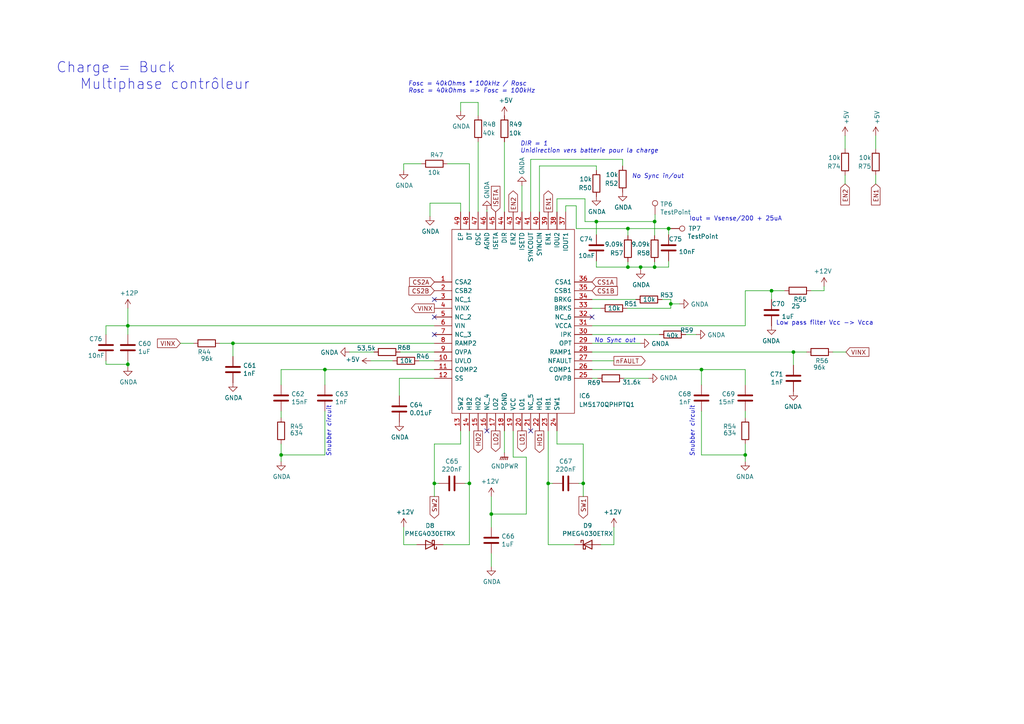
<source format=kicad_sch>
(kicad_sch (version 20231120) (generator "eeschema") (generator_version "8.0")
  (paper "A4")
  (lib_symbols
    (symbol "Connector:TestPoint" (pin_numbers hide) (pin_names (offset 0.762) hide)
      (property "Reference" "TP" (at 0 6.858 0))
      (property "Value" "TestPoint" (at 0 5.08 0))
      (symbol "TestPoint_0_1"
        (circle (center 0 3.302) (radius 0.762))
      )
      (symbol "TestPoint_1_1"
        (pin passive line (at 0 0 90) (length 2.54) (name "1") (number "1"))
      )
    )
    (symbol "Device:C" (pin_numbers hide) (pin_names (offset 0.254))
      (property "Reference" "C" (at 0.635 2.54 0))
      (property "Value" "C" (at 0.635 -2.54 0))
      (symbol "C_0_1"
        (polyline (pts (xy -2.032 -0.762) (xy 2.032 -0.762)) (stroke (width 0.508)))
        (polyline (pts (xy -2.032 0.762) (xy 2.032 0.762)) (stroke (width 0.508)))
      )
      (symbol "C_1_1"
        (pin passive line (at 0 3.81 270) (length 2.794) (name "~") (number "1"))
        (pin passive line (at 0 -3.81 90) (length 2.794) (name "~") (number "2"))
      )
    )
    (symbol "Device:D_Schottky" (pin_numbers hide) (pin_names (offset 1.016) hide)
      (property "Reference" "D" (at 0 2.54 0))
      (property "Value" "D_Schottky" (at 0 -2.54 0))
      (symbol "D_Schottky_0_1"
        (polyline (pts (xy 1.27 0) (xy -1.27 0)))
        (polyline (pts (xy 1.27 1.27) (xy 1.27 -1.27) (xy -1.27 0) (xy 1.27 1.27)) (stroke (width 0.254)))
        (polyline (pts (xy -1.905 0.635) (xy -1.905 1.27) (xy -1.27 1.27) (xy -1.27 -1.27) (xy -0.635 -1.27) (xy -0.635 -0.635)) (stroke (width 0.254)))
      )
      (symbol "D_Schottky_1_1"
        (pin passive line (at -3.81 0 0) (length 2.54) (name "K") (number "1"))
        (pin passive line (at 3.81 0 180) (length 2.54) (name "A") (number "2"))
      )
    )
    (symbol "Device:R" (pin_numbers hide) (pin_names (offset 0))
      (property "Reference" "R" (at 2.032 0 90))
      (property "Value" "R" (at 0 0 90))
      (symbol "R_0_1"
        (rectangle (start -1.016 -2.54) (end 1.016 2.54) (stroke (width 0.254)))
      )
      (symbol "R_1_1"
        (pin passive line (at 0 3.81 270) (length 1.27) (name "~") (number "1"))
        (pin passive line (at 0 -3.81 90) (length 1.27) (name "~") (number "2"))
      )
    )
    (symbol "open-lion:LM5170QPHPTQ1" (pin_names (offset 0.762))
      (property "Reference" "IC" (at 41.91 20.32 0))
      (property "Value" "LM5170QPHPTQ1" (at 41.91 17.78 0))
      (symbol "LM5170QPHPTQ1_0_0"
        (pin passive line (at 0 0 0) (length 5.08) (name "CSA2") (number "1"))
        (pin passive line (at 0 -22.86 0) (length 5.08) (name "UVLO") (number "10"))
        (pin passive line (at 0 -25.4 0) (length 5.08) (name "COMP2") (number "11"))
        (pin passive line (at 0 -27.94 0) (length 5.08) (name "SS") (number "12"))
        (pin passive line (at 7.62 -43.18 90) (length 5.08) (name "SW2") (number "13"))
        (pin passive line (at 10.16 -43.18 90) (length 5.08) (name "HB2") (number "14"))
        (pin passive line (at 12.7 -43.18 90) (length 5.08) (name "HO2") (number "15"))
        (pin passive line (at 15.24 -43.18 90) (length 5.08) (name "NC_4") (number "16"))
        (pin passive line (at 17.78 -43.18 90) (length 5.08) (name "LO2") (number "17"))
        (pin passive line (at 20.32 -43.18 90) (length 5.08) (name "PGND") (number "18"))
        (pin passive line (at 22.86 -43.18 90) (length 5.08) (name "VCC") (number "19"))
        (pin passive line (at 0 -2.54 0) (length 5.08) (name "CSB2") (number "2"))
        (pin passive line (at 25.4 -43.18 90) (length 5.08) (name "LO1") (number "20"))
        (pin passive line (at 27.94 -43.18 90) (length 5.08) (name "NC_5") (number "21"))
        (pin passive line (at 30.48 -43.18 90) (length 5.08) (name "HO1") (number "22"))
        (pin passive line (at 33.02 -43.18 90) (length 5.08) (name "HB1") (number "23"))
        (pin passive line (at 35.56 -43.18 90) (length 5.08) (name "SW1") (number "24"))
        (pin passive line (at 45.72 -27.94 180) (length 5.08) (name "OVPB") (number "25"))
        (pin passive line (at 45.72 -25.4 180) (length 5.08) (name "COMP1") (number "26"))
        (pin passive line (at 45.72 -22.86 180) (length 5.08) (name "NFAULT") (number "27"))
        (pin passive line (at 45.72 -20.32 180) (length 5.08) (name "RAMP1") (number "28"))
        (pin passive line (at 45.72 -17.78 180) (length 5.08) (name "OPT") (number "29"))
        (pin passive line (at 0 -5.08 0) (length 5.08) (name "NC_1") (number "3"))
        (pin passive line (at 45.72 -15.24 180) (length 5.08) (name "IPK") (number "30"))
        (pin passive line (at 45.72 -12.7 180) (length 5.08) (name "VCCA") (number "31"))
        (pin passive line (at 45.72 -10.16 180) (length 5.08) (name "NC_6") (number "32"))
        (pin passive line (at 45.72 -7.62 180) (length 5.08) (name "BRKS") (number "33"))
        (pin passive line (at 45.72 -5.08 180) (length 5.08) (name "BRKG") (number "34"))
        (pin passive line (at 45.72 -2.54 180) (length 5.08) (name "CSB1") (number "35"))
        (pin passive line (at 45.72 0 180) (length 5.08) (name "CSA1") (number "36"))
        (pin passive line (at 38.1 20.32 270) (length 5.08) (name "IOUT1") (number "37"))
        (pin passive line (at 35.56 20.32 270) (length 5.08) (name "IOU2") (number "38"))
        (pin passive line (at 33.02 20.32 270) (length 5.08) (name "EN1") (number "39"))
        (pin passive line (at 0 -7.62 0) (length 5.08) (name "VINX") (number "4"))
        (pin passive line (at 30.48 20.32 270) (length 5.08) (name "SYNCIN") (number "40"))
        (pin passive line (at 27.94 20.32 270) (length 5.08) (name "SYNCOUT") (number "41"))
        (pin passive line (at 25.4 20.32 270) (length 5.08) (name "ISETD") (number "42"))
        (pin passive line (at 22.86 20.32 270) (length 5.08) (name "EN2") (number "43"))
        (pin passive line (at 20.32 20.32 270) (length 5.08) (name "DIR") (number "44"))
        (pin passive line (at 17.78 20.32 270) (length 5.08) (name "ISETA") (number "45"))
        (pin passive line (at 15.24 20.32 270) (length 5.08) (name "AGND") (number "46"))
        (pin passive line (at 12.7 20.32 270) (length 5.08) (name "OSC") (number "47"))
        (pin passive line (at 10.16 20.32 270) (length 5.08) (name "DT") (number "48"))
        (pin passive line (at 7.62 20.32 270) (length 5.08) (name "EP") (number "49"))
        (pin passive line (at 0 -10.16 0) (length 5.08) (name "NC_2") (number "5"))
        (pin passive line (at 0 -12.7 0) (length 5.08) (name "VIN") (number "6"))
        (pin passive line (at 0 -15.24 0) (length 5.08) (name "NC_3") (number "7"))
        (pin passive line (at 0 -17.78 0) (length 5.08) (name "RAMP2") (number "8"))
        (pin passive line (at 0 -20.32 0) (length 5.08) (name "OVPA") (number "9"))
      )
      (symbol "LM5170QPHPTQ1_0_1"
        (polyline (pts (xy 5.08 15.24) (xy 40.64 15.24) (xy 40.64 -38.1) (xy 5.08 -38.1) (xy 5.08 15.24)) (stroke (width 0.1524)))
      )
    )
    (symbol "power:+12P" (power) (pin_names (offset 0))
      (property "Value" "+12P" (at 0 3.556 0))
      (symbol "+12P_0_1"
        (polyline (pts (xy -0.762 1.27) (xy 0 2.54)))
        (polyline (pts (xy 0 0) (xy 0 2.54)))
        (polyline (pts (xy 0 2.54) (xy 0.762 1.27)))
      )
      (symbol "+12P_1_1"
        (pin power_in line (at 0 0 90) (length 0) hide (name "+12P") (number "1"))
      )
    )
    (symbol "power:+12V" (power) (pin_names (offset 0))
      (property "Value" "+12V" (at 0 3.556 0))
      (symbol "+12V_0_1"
        (polyline (pts (xy -0.762 1.27) (xy 0 2.54)))
        (polyline (pts (xy 0 0) (xy 0 2.54)))
        (polyline (pts (xy 0 2.54) (xy 0.762 1.27)))
      )
      (symbol "+12V_1_1"
        (pin power_in line (at 0 0 90) (length 0) hide (name "+12V") (number "1"))
      )
    )
    (symbol "power:+5V" (power) (pin_names (offset 0))
      (property "Value" "+5V" (at 0 3.556 0))
      (symbol "+5V_0_1"
        (polyline (pts (xy -0.762 1.27) (xy 0 2.54)))
        (polyline (pts (xy 0 0) (xy 0 2.54)))
        (polyline (pts (xy 0 2.54) (xy 0.762 1.27)))
      )
      (symbol "+5V_1_1"
        (pin power_in line (at 0 0 90) (length 0) hide (name "+5V") (number "1"))
      )
    )
    (symbol "power:GNDA" (power) (pin_names (offset 0))
      (property "Value" "GNDA" (at 0 -3.81 0))
      (symbol "GNDA_0_1"
        (polyline (pts (xy 0 0) (xy 0 -1.27) (xy 1.27 -1.27) (xy 0 -2.54) (xy -1.27 -1.27) (xy 0 -1.27)))
      )
      (symbol "GNDA_1_1"
        (pin power_in line (at 0 0 270) (length 0) hide (name "GNDA") (number "1"))
      )
    )
    (symbol "power:GNDPWR" (power) (pin_names (offset 0))
      (property "Value" "GNDPWR" (at 0 -3.302 0))
      (symbol "GNDPWR_0_1"
        (polyline (pts (xy 0 -1.27) (xy 0 0)))
        (polyline (pts (xy -1.016 -1.27) (xy -1.27 -2.032) (xy -1.27 -2.032)) (stroke (width 0.2032)))
        (polyline (pts (xy -0.508 -1.27) (xy -0.762 -2.032) (xy -0.762 -2.032)) (stroke (width 0.2032)))
        (polyline (pts (xy 0 -1.27) (xy -0.254 -2.032) (xy -0.254 -2.032)) (stroke (width 0.2032)))
        (polyline (pts (xy 0.508 -1.27) (xy 0.254 -2.032) (xy 0.254 -2.032)) (stroke (width 0.2032)))
        (polyline (pts (xy 1.016 -1.27) (xy -1.016 -1.27) (xy -1.016 -1.27)) (stroke (width 0.2032)))
        (polyline (pts (xy 1.016 -1.27) (xy 0.762 -2.032) (xy 0.762 -2.032) (xy 0.762 -2.032)) (stroke (width 0.2032)))
      )
      (symbol "GNDPWR_1_1"
        (pin power_in line (at 0 0 270) (length 0) hide (name "GNDPWR") (number "1"))
      )
    )
  )
  (junction (at 172.974 64.262))
  (junction (at 182.118 66.294))
  (junction (at 223.774 84.328))
  (junction (at 185.801 77.47))
  (junction (at 182.118 77.47))
  (junction (at 203.454 107.188))
  (junction (at 189.865 64.262))
  (junction (at 94.234 107.188))
  (junction (at 193.929 66.294))
  (junction (at 142.494 149.098))
  (junction (at 81.534 131.953))
  (junction (at 125.984 140.208))
  (junction (at 37.084 105.664))
  (junction (at 67.564 99.568))
  (junction (at 37.084 94.488))
  (junction (at 230.124 102.108))
  (junction (at 189.865 77.47))
  (junction (at 159.004 140.208))
  (junction (at 136.144 140.208))
  (junction (at 169.164 140.208))
  (junction (at 216.154 131.953))
  (junction (at 194.564 88.138))
  (no_connect (at 171.704 91.948))
  (no_connect (at 153.924 124.968))
  (no_connect (at 125.984 91.948))
  (no_connect (at 141.224 124.968))
  (no_connect (at 125.984 97.028))
  (no_connect (at 125.984 86.868))
  (wire (pts (xy 125.984 102.108) (xy 116.078 102.108)))
  (wire (pts (xy 223.774 86.868) (xy 223.774 84.328)))
  (wire (pts (xy 172.974 68.072) (xy 172.974 64.262)))
  (wire (pts (xy 171.704 107.188) (xy 203.454 107.188)))
  (wire (pts (xy 125.984 128.778) (xy 125.984 140.208)))
  (wire (pts (xy 216.154 121.158) (xy 216.154 119.253)))
  (wire (pts (xy 164.084 61.468) (xy 164.084 59.69)))
  (wire (pts (xy 241.554 102.108) (xy 245.364 102.108)))
  (wire (pts (xy 184.404 86.868) (xy 171.704 86.868)))
  (wire (pts (xy 121.539 104.648) (xy 125.984 104.648)))
  (wire (pts (xy 125.984 128.778) (xy 133.604 128.778)))
  (wire (pts (xy 197.104 88.138) (xy 194.564 88.138)))
  (wire (pts (xy 185.801 78.232) (xy 185.801 77.47)))
  (wire (pts (xy 167.894 140.208) (xy 169.164 140.208)))
  (wire (pts (xy 171.704 104.648) (xy 178.054 104.648)))
  (wire (pts (xy 189.865 77.47) (xy 193.929 77.47)))
  (wire (pts (xy 124.714 58.928) (xy 133.604 58.928)))
  (wire (pts (xy 230.124 105.918) (xy 230.124 102.108)))
  (wire (pts (xy 239.014 84.328) (xy 235.204 84.328)))
  (wire (pts (xy 189.865 68.326) (xy 189.865 64.262)))
  (wire (pts (xy 117.094 49.403) (xy 117.094 47.498)))
  (wire (pts (xy 164.084 59.69) (xy 167.132 59.69)))
  (wire (pts (xy 133.604 29.718) (xy 138.684 29.718)))
  (wire (pts (xy 160.274 140.208) (xy 159.004 140.208)))
  (wire (pts (xy 151.384 53.848) (xy 151.384 61.468)))
  (wire (pts (xy 108.458 102.108) (xy 101.346 102.108)))
  (wire (pts (xy 37.084 105.664) (xy 30.734 105.664)))
  (wire (pts (xy 37.084 94.488) (xy 125.984 94.488)))
  (wire (pts (xy 233.934 102.108) (xy 230.124 102.108)))
  (wire (pts (xy 142.494 149.098) (xy 142.494 144.018)))
  (wire (pts (xy 245.11 39.37) (xy 245.11 43.18)))
  (wire (pts (xy 172.974 75.692) (xy 172.974 77.47)))
  (wire (pts (xy 81.534 121.158) (xy 81.534 119.253)))
  (wire (pts (xy 161.544 57.658) (xy 169.672 57.658)))
  (wire (pts (xy 172.974 48.133) (xy 172.974 49.403)))
  (wire (pts (xy 156.464 48.133) (xy 172.974 48.133)))
  (wire (pts (xy 194.564 88.138) (xy 194.564 86.868)))
  (wire (pts (xy 138.684 29.718) (xy 138.684 33.528)))
  (wire (pts (xy 94.234 131.953) (xy 81.534 131.953)))
  (wire (pts (xy 142.494 160.528) (xy 142.494 164.338)))
  (wire (pts (xy 189.992 64.262) (xy 189.992 62.23)))
  (wire (pts (xy 167.132 66.294) (xy 182.118 66.294)))
  (wire (pts (xy 171.704 89.408) (xy 174.244 89.408)))
  (wire (pts (xy 136.144 47.498) (xy 129.794 47.498)))
  (wire (pts (xy 203.454 111.633) (xy 203.454 107.188)))
  (wire (pts (xy 189.865 64.262) (xy 189.992 64.262)))
  (wire (pts (xy 254 50.8) (xy 254 53.34)))
  (wire (pts (xy 136.144 61.468) (xy 136.144 47.498)))
  (wire (pts (xy 37.084 94.488) (xy 37.084 89.408)))
  (wire (pts (xy 37.084 94.488) (xy 30.734 94.488)))
  (wire (pts (xy 239.014 83.058) (xy 239.014 84.328)))
  (wire (pts (xy 156.464 61.468) (xy 156.464 48.133)))
  (wire (pts (xy 138.684 61.468) (xy 138.684 41.148)))
  (wire (pts (xy 194.564 89.408) (xy 194.564 88.138)))
  (wire (pts (xy 201.93 97.028) (xy 198.882 97.028)))
  (wire (pts (xy 169.164 128.778) (xy 161.544 128.778)))
  (wire (pts (xy 124.714 62.738) (xy 124.714 58.928)))
  (wire (pts (xy 161.544 124.968) (xy 161.544 128.778)))
  (wire (pts (xy 81.534 131.953) (xy 81.534 128.778)))
  (wire (pts (xy 117.094 47.498) (xy 122.174 47.498)))
  (wire (pts (xy 223.774 84.328) (xy 227.584 84.328)))
  (wire (pts (xy 56.134 99.568) (xy 52.324 99.568)))
  (wire (pts (xy 169.164 128.778) (xy 169.164 140.208)))
  (wire (pts (xy 203.454 119.253) (xy 203.454 131.953)))
  (wire (pts (xy 169.672 57.658) (xy 169.672 64.262)))
  (wire (pts (xy 193.929 68.072) (xy 193.929 66.294)))
  (wire (pts (xy 94.234 119.253) (xy 94.234 131.953)))
  (wire (pts (xy 171.704 102.108) (xy 230.124 102.108)))
  (wire (pts (xy 113.919 104.648) (xy 107.569 104.648)))
  (wire (pts (xy 216.154 84.328) (xy 223.774 84.328)))
  (wire (pts (xy 153.924 61.468) (xy 153.924 46.228)))
  (wire (pts (xy 161.544 61.468) (xy 161.544 57.658)))
  (wire (pts (xy 171.704 97.028) (xy 191.262 97.028)))
  (wire (pts (xy 185.801 77.47) (xy 189.865 77.47)))
  (wire (pts (xy 193.929 77.47) (xy 193.929 75.692)))
  (wire (pts (xy 81.534 107.188) (xy 81.534 111.633)))
  (wire (pts (xy 37.084 97.028) (xy 37.084 94.488)))
  (wire (pts (xy 136.144 140.208) (xy 136.144 124.968)))
  (wire (pts (xy 115.824 109.728) (xy 115.824 114.808)))
  (wire (pts (xy 146.304 61.468) (xy 146.304 41.148)))
  (wire (pts (xy 136.144 140.208) (xy 136.144 157.988)))
  (wire (pts (xy 178.054 157.988) (xy 174.244 157.988)))
  (wire (pts (xy 141.224 61.468) (xy 141.224 60.833)))
  (wire (pts (xy 94.234 107.188) (xy 81.534 107.188)))
  (wire (pts (xy 37.084 106.426) (xy 37.084 105.664)))
  (wire (pts (xy 245.11 50.8) (xy 245.11 53.34)))
  (wire (pts (xy 216.154 131.953) (xy 216.154 128.778)))
  (wire (pts (xy 134.874 140.208) (xy 136.144 140.208)))
  (wire (pts (xy 159.004 140.208) (xy 159.004 157.988)))
  (wire (pts (xy 148.844 132.588) (xy 152.654 132.588)))
  (wire (pts (xy 159.004 140.208) (xy 159.004 124.968)))
  (wire (pts (xy 125.984 107.188) (xy 94.234 107.188)))
  (wire (pts (xy 127.254 140.208) (xy 125.984 140.208)))
  (wire (pts (xy 94.234 111.633) (xy 94.234 107.188)))
  (wire (pts (xy 152.654 132.588) (xy 152.654 149.098)))
  (wire (pts (xy 216.154 131.953) (xy 216.154 133.858)))
  (wire (pts (xy 180.594 46.228) (xy 180.594 48.133)))
  (wire (pts (xy 203.454 107.188) (xy 216.154 107.188)))
  (wire (pts (xy 125.984 140.208) (xy 125.984 144.018)))
  (wire (pts (xy 178.054 152.908) (xy 178.054 157.988)))
  (wire (pts (xy 182.118 68.326) (xy 182.118 66.294)))
  (wire (pts (xy 133.604 58.928) (xy 133.604 61.468)))
  (wire (pts (xy 30.734 105.664) (xy 30.734 104.648)))
  (wire (pts (xy 67.564 103.378) (xy 67.564 99.568)))
  (wire (pts (xy 153.924 46.228) (xy 180.594 46.228)))
  (wire (pts (xy 171.704 94.488) (xy 216.154 94.488)))
  (wire (pts (xy 148.844 124.968) (xy 148.844 132.588)))
  (wire (pts (xy 180.975 109.728) (xy 188.087 109.728)))
  (wire (pts (xy 133.604 128.778) (xy 133.604 124.968)))
  (wire (pts (xy 173.355 109.728) (xy 171.704 109.728)))
  (wire (pts (xy 216.154 107.188) (xy 216.154 111.633)))
  (wire (pts (xy 152.654 149.098) (xy 142.494 149.098)))
  (wire (pts (xy 37.084 105.664) (xy 37.084 104.648)))
  (wire (pts (xy 81.534 131.953) (xy 81.534 133.858)))
  (wire (pts (xy 117.094 157.988) (xy 120.904 157.988)))
  (wire (pts (xy 63.754 99.568) (xy 67.564 99.568)))
  (wire (pts (xy 254 39.37) (xy 254 43.18)))
  (wire (pts (xy 125.984 109.728) (xy 115.824 109.728)))
  (wire (pts (xy 189.865 77.47) (xy 189.865 75.946)))
  (wire (pts (xy 169.164 140.208) (xy 169.164 144.018)))
  (wire (pts (xy 216.154 94.488) (xy 216.154 84.328)))
  (wire (pts (xy 172.974 64.262) (xy 189.865 64.262)))
  (wire (pts (xy 194.564 86.868) (xy 192.024 86.868)))
  (wire (pts (xy 182.118 77.47) (xy 185.801 77.47)))
  (wire (pts (xy 169.672 64.262) (xy 172.974 64.262)))
  (wire (pts (xy 172.974 77.47) (xy 182.118 77.47)))
  (wire (pts (xy 182.118 77.47) (xy 182.118 75.946)))
  (wire (pts (xy 203.454 131.953) (xy 216.154 131.953)))
  (wire (pts (xy 166.624 157.988) (xy 159.004 157.988)))
  (wire (pts (xy 171.704 99.568) (xy 185.674 99.568)))
  (wire (pts (xy 30.734 94.488) (xy 30.734 97.028)))
  (wire (pts (xy 181.864 89.408) (xy 194.564 89.408)))
  (wire (pts (xy 142.494 152.908) (xy 142.494 149.098)))
  (wire (pts (xy 117.094 152.908) (xy 117.094 157.988)))
  (wire (pts (xy 146.304 124.968) (xy 146.304 131.318)))
  (wire (pts (xy 133.604 32.258) (xy 133.604 29.718)))
  (wire (pts (xy 128.524 157.988) (xy 136.144 157.988)))
  (wire (pts (xy 182.118 66.294) (xy 193.929 66.294)))
  (wire (pts (xy 125.984 99.568) (xy 67.564 99.568)))
  (wire (pts (xy 167.132 59.69) (xy 167.132 66.294)))
  (wire (pts (xy 193.929 66.294) (xy 194.564 66.294)))
  (text "Snubber circuit" (at 96.139 132.588 90) (effects (font (size 1.27 1.27) (italic yes)) (justify left bottom)))
  (text "Iout = Vsense/200 + 25uA" (at 199.898 64.262 0) (effects (font (size 1.27 1.27)) (justify left bottom)))
  (text "DIR = 1\nUnidirection vers batterie pour la charge" (at 150.876 44.577 0) (effects (font (size 1.27 1.27) (italic yes)) (justify left bottom)))
  (text "Fosc = 40kOhms * 100kHz / Rosc\nRosc = 40kOhms => Fosc = 100kHz" (at 118.364 27.178 0) (effects (font (size 1.27 1.27) (italic yes)) (justify left bottom)))
  (text "Charge = Buck\n   Multiphase contrôleur" (at 16.256 26.289 0) (effects (font (size 2.9972 2.9972)) (justify left bottom)))
  (text "Low pass filter Vcc -> Vcca" (at 225.044 94.488 0) (effects (font (size 1.27 1.27)) (justify left bottom)))
  (text "Snubber circuit" (at 201.549 132.588 90) (effects (font (size 1.27 1.27) (italic yes)) (justify left bottom)))
  (text "No Sync in/out" (at 198.374 51.943 0) (effects (font (size 1.27 1.27) (italic yes)) (justify right bottom)))
  (text "No Sync out" (at 184.404 99.568 0) (effects (font (size 1.27 1.27) (italic yes)) (justify right bottom)))
  (global_label "EN2" (shape output) (at 148.844 61.468 90) (property "Intersheetrefs" "${INTERSHEET_REFS}" (effects (hide yes))))
  (global_label "LO2" (shape output) (at 143.764 124.968 270) (property "Intersheetrefs" "${INTERSHEET_REFS}" (effects (hide yes))))
  (global_label "CS1A" (shape input) (at 171.704 81.788 0) (property "Intersheetrefs" "${INTERSHEET_REFS}" (effects (hide yes))))
  (global_label "CS2A" (shape input) (at 125.984 81.788 180) (property "Intersheetrefs" "${INTERSHEET_REFS}" (effects (hide yes))))
  (global_label "SW2" (shape output) (at 125.984 144.018 270) (property "Intersheetrefs" "${INTERSHEET_REFS}" (effects (hide yes))))
  (global_label "EN1" (shape output) (at 159.004 61.468 90) (property "Intersheetrefs" "${INTERSHEET_REFS}" (effects (hide yes))))
  (global_label "HO2" (shape output) (at 138.684 124.968 270) (property "Intersheetrefs" "${INTERSHEET_REFS}" (effects (hide yes))))
  (global_label "VINX" (shape input) (at 245.364 102.108 0) (property "Intersheetrefs" "${INTERSHEET_REFS}" (effects (hide yes))))
  (global_label "VINX" (shape output) (at 125.984 89.408 180) (property "Intersheetrefs" "${INTERSHEET_REFS}" (effects (hide yes))))
  (global_label "HO1" (shape output) (at 156.464 124.968 270) (property "Intersheetrefs" "${INTERSHEET_REFS}" (effects (hide yes))))
  (global_label "CS2B" (shape input) (at 125.984 84.328 180) (property "Intersheetrefs" "${INTERSHEET_REFS}" (effects (hide yes))))
  (global_label "EN2" (shape input) (at 245.11 53.34 270) (property "Intersheetrefs" "${INTERSHEET_REFS}" (effects (hide yes))))
  (global_label "SW1" (shape output) (at 169.164 144.018 270) (property "Intersheetrefs" "${INTERSHEET_REFS}" (effects (hide yes))))
  (global_label "VINX" (shape input) (at 52.324 99.568 180) (property "Intersheetrefs" "${INTERSHEET_REFS}" (effects (hide yes))))
  (global_label "ISETA" (shape input) (at 143.764 61.468 90) (property "Intersheetrefs" "${INTERSHEET_REFS}" (effects (hide yes))))
  (global_label "nFAULT" (shape output) (at 178.054 104.648 0) (property "Intersheetrefs" "${INTERSHEET_REFS}" (effects (hide yes))))
  (global_label "CS1B" (shape input) (at 171.704 84.328 0) (property "Intersheetrefs" "${INTERSHEET_REFS}" (effects (hide yes))))
  (global_label "EN1" (shape input) (at 254 53.34 270) (property "Intersheetrefs" "${INTERSHEET_REFS}" (effects (hide yes))))
  (global_label "LO1" (shape output) (at 151.384 124.968 270) (property "Intersheetrefs" "${INTERSHEET_REFS}" (effects (hide yes))))
  (symbol (lib_id "open-lion:LM5170QPHPTQ1") (at 125.984 81.788 0) (unit 1)
    (property "Reference" "IC6" (at 167.894 114.808 0) (effects (justify left)))
    (property "Value" "LM5170QPHPTQ1" (at 167.894 117.348 0) (effects (justify left)))
    (property "Footprint" "libTX54:QFP50P900X900X120-49N" (effects (hide yes)))
    (property "Datasheet" "http://www.ti.com/lit/gpn/lm5170-q1" (effects (hide yes)))
    (property "Description" "Multiphase Bidirectional Current Controller" (effects (hide yes)))
    (property "Height" "1.2" (effects (hide yes)))
    (property "Manufacturer_Name" "Texas Instruments" (effects (hide yes)))
    (property "Manufacturer_Part_Number" "LM5170QPHPTQ1" (effects (hide yes)))
    (property "Mouser Part Number" "595-LM5170QPHPTQ1" (effects (hide yes)))
    (property "Mouser Price/Stock" "https://www.mouser.co.uk/ProductDetail/Texas-Instruments/LM5170QPHPTQ1?qs=ByvDdV3kl%252Bu6QiKFKquULQ%3D%3D" (effects (hide yes)))
    (property "Arrow Part Number" "LM5170QPHPTQ1" (effects (hide yes)))
    (property "Arrow Price/Stock" "https://www.arrow.com/en/products/lm5170qphptq1/texas-instruments?region=nac" (effects (hide yes)))
    (property "Description_1" "Multiphase Bidirectional Current Controller" (effects (hide yes)))
  )
  (symbol (lib_id "Device:R") (at 195.072 97.028 90) (unit 1)
    (property "Reference" "R59" (at 201.168 95.758 90) (effects (justify left)))
    (property "Value" "40k" (at 196.85 97.282 90) (effects (justify left)))
    (property "Footprint" "Resistor_SMD:R_0805_2012Metric" (effects (hide yes)))
  )
  (symbol (lib_id "power:GNDA") (at 201.93 97.028 90) (mirror x) (unit 1)
    (property "Reference" "#PWR0151" (effects (hide yes)))
    (property "Value" "GNDA" (at 205.1558 97.155 90) (effects (justify right)))
  )
  (symbol (lib_id "Connector:TestPoint") (at 189.992 62.23 0) (unit 1)
    (property "Reference" "TP6" (at 191.4652 59.2328 0) (effects (justify left)))
    (property "Value" "TestPoint" (at 191.4652 61.5442 0) (effects (justify left)))
    (property "Footprint" "TestPoint:TestPoint_Keystone_5000-5004_Miniature" (effects (hide yes)))
  )
  (symbol (lib_id "Connector:TestPoint") (at 194.564 66.294 270) (unit 1)
    (property "Reference" "TP7" (at 199.644 66.294 90) (effects (justify left)))
    (property "Value" "TestPoint" (at 199.39 68.58 90) (effects (justify left)))
    (property "Footprint" "TestPoint:TestPoint_Keystone_5000-5004_Miniature" (effects (hide yes)))
  )
  (symbol (lib_id "Device:R") (at 182.118 72.136 180) (unit 1)
    (property "Reference" "R57" (at 180.848 73.406 0) (effects (justify left)))
    (property "Value" "9.09k" (at 180.848 70.866 0) (effects (justify left)))
    (property "Footprint" "Resistor_SMD:R_0805_2012Metric" (effects (hide yes)))
  )
  (symbol (lib_id "Device:R") (at 189.865 72.136 180) (unit 1)
    (property "Reference" "R58" (at 188.595 73.406 0) (effects (justify left)))
    (property "Value" "9.09k" (at 188.595 70.866 0) (effects (justify left)))
    (property "Footprint" "Resistor_SMD:R_0805_2012Metric" (effects (hide yes)))
  )
  (symbol (lib_id "power:GNDA") (at 185.801 78.232 0) (unit 1)
    (property "Reference" "#PWR0150" (effects (hide yes)))
    (property "Value" "GNDA" (at 185.928 82.6262 0))
  )
  (symbol (lib_id "Device:R") (at 245.11 46.99 180) (unit 1)
    (property "Reference" "R74" (at 243.84 48.26 0) (effects (justify left)))
    (property "Value" "10k" (at 243.84 45.72 0) (effects (justify left)))
    (property "Footprint" "Resistor_SMD:R_0805_2012Metric" (effects (hide yes)))
  )
  (symbol (lib_id "Device:R") (at 254 46.99 180) (unit 1)
    (property "Reference" "R75" (at 252.73 48.26 0) (effects (justify left)))
    (property "Value" "10k" (at 252.73 45.72 0) (effects (justify left)))
    (property "Footprint" "Resistor_SMD:R_0805_2012Metric" (effects (hide yes)))
  )
  (symbol (lib_id "power:+5V") (at 245.11 39.37 0) (unit 1)
    (property "Reference" "#PWR0137" (effects (hide yes)))
    (property "Value" "+5V" (at 245.491 36.1188 90) (effects (justify left)))
  )
  (symbol (lib_id "power:+5V") (at 254 39.37 0) (unit 1)
    (property "Reference" "#PWR0139" (effects (hide yes)))
    (property "Value" "+5V" (at 254.381 36.1188 90) (effects (justify left)))
  )
  (symbol (lib_id "power:+12P") (at 37.084 89.408 0) (unit 1)
    (property "Reference" "#PWR0121" (effects (hide yes)))
    (property "Value" "+12P" (at 37.465 85.0138 0))
  )
  (symbol (lib_id "Device:C") (at 37.084 100.838 0) (unit 1)
    (property "Reference" "C60" (at 40.005 99.6696 0) (effects (justify left)))
    (property "Value" "1uF" (at 40.005 101.981 0) (effects (justify left)))
    (property "Footprint" "Capacitor_SMD:C_0805_2012Metric" (effects (hide yes)))
  )
  (symbol (lib_id "power:GNDA") (at 37.084 106.426 0) (unit 1)
    (property "Reference" "#PWR0122" (effects (hide yes)))
    (property "Value" "GNDA" (at 37.211 110.8202 0))
  )
  (symbol (lib_id "Device:C") (at 67.564 107.188 0) (unit 1)
    (property "Reference" "C61" (at 70.485 106.0196 0) (effects (justify left)))
    (property "Value" "1nF" (at 70.485 108.331 0) (effects (justify left)))
    (property "Footprint" "Capacitor_SMD:C_0805_2012Metric" (effects (hide yes)))
  )
  (symbol (lib_id "power:GNDA") (at 67.564 110.998 0) (unit 1)
    (property "Reference" "#PWR0123" (effects (hide yes)))
    (property "Value" "GNDA" (at 67.691 115.3922 0))
  )
  (symbol (lib_id "Device:R") (at 59.944 99.568 90) (unit 1)
    (property "Reference" "R44" (at 61.214 102.108 90) (effects (justify left)))
    (property "Value" "96k" (at 61.849 104.013 90) (effects (justify left)))
    (property "Footprint" "Resistor_SMD:R_0805_2012Metric" (effects (hide yes)))
  )
  (symbol (lib_id "Device:C") (at 230.124 109.728 0) (mirror y) (unit 1)
    (property "Reference" "C71" (at 227.203 108.5596 0) (effects (justify left)))
    (property "Value" "1nF" (at 227.203 110.871 0) (effects (justify left)))
    (property "Footprint" "Capacitor_SMD:C_0805_2012Metric" (effects (hide yes)))
  )
  (symbol (lib_id "power:GNDA") (at 230.124 113.538 0) (mirror y) (unit 1)
    (property "Reference" "#PWR0148" (effects (hide yes)))
    (property "Value" "GNDA" (at 229.997 117.9322 0))
  )
  (symbol (lib_id "Device:R") (at 237.744 102.108 270) (mirror x) (unit 1)
    (property "Reference" "R56" (at 236.474 104.648 90) (effects (justify left)))
    (property "Value" "96k" (at 235.839 106.553 90) (effects (justify left)))
    (property "Footprint" "Resistor_SMD:R_0805_2012Metric" (effects (hide yes)))
  )
  (symbol (lib_id "power:GNDA") (at 101.346 102.108 270) (unit 1)
    (property "Reference" "#PWR0128" (effects (hide yes)))
    (property "Value" "GNDA" (at 98.1202 102.235 90) (effects (justify right)))
  )
  (symbol (lib_id "power:+5V") (at 107.569 104.648 90) (unit 1)
    (property "Reference" "#PWR0125" (effects (hide yes)))
    (property "Value" "+5V" (at 104.3178 104.267 90) (effects (justify left)))
  )
  (symbol (lib_id "Device:R") (at 117.729 104.648 90) (unit 1)
    (property "Reference" "R46" (at 124.587 103.378 90) (effects (justify left)))
    (property "Value" "10k" (at 119.634 104.648 90) (effects (justify left)))
    (property "Footprint" "Resistor_SMD:R_0805_2012Metric" (effects (hide yes)))
  )
  (symbol (lib_id "Device:C") (at 115.824 118.618 0) (unit 1)
    (property "Reference" "C64" (at 118.745 117.4496 0) (effects (justify left)))
    (property "Value" "0.01uF" (at 118.745 119.761 0) (effects (justify left)))
    (property "Footprint" "Capacitor_SMD:C_0805_2012Metric" (effects (hide yes)))
  )
  (symbol (lib_id "power:GNDA") (at 115.824 122.428 0) (unit 1)
    (property "Reference" "#PWR0126" (effects (hide yes)))
    (property "Value" "GNDA" (at 115.951 126.8222 0))
  )
  (symbol (lib_id "power:+12V") (at 117.094 152.908 0) (unit 1)
    (property "Reference" "#PWR0129" (effects (hide yes)))
    (property "Value" "+12V" (at 117.475 148.5138 0))
  )
  (symbol (lib_id "Device:D_Schottky") (at 124.714 157.988 180) (unit 1)
    (property "Reference" "D8" (at 124.714 152.4762 0))
    (property "Value" "PMEG4030ETRX" (at 124.714 154.7876 0))
    (property "Footprint" "open-lion:SODFL4725X105N" (effects (hide yes)))
  )
  (symbol (lib_id "Device:C") (at 131.064 140.208 90) (unit 1)
    (property "Reference" "C65" (at 131.064 133.8072 90))
    (property "Value" "220nF" (at 131.064 136.1186 90))
    (property "Footprint" "Capacitor_SMD:C_0805_2012Metric" (effects (hide yes)))
  )
  (symbol (lib_id "power:+12V") (at 178.054 152.908 0) (mirror y) (unit 1)
    (property "Reference" "#PWR0141" (effects (hide yes)))
    (property "Value" "+12V" (at 177.673 148.5138 0))
  )
  (symbol (lib_id "Device:C") (at 164.084 140.208 270) (mirror x) (unit 1)
    (property "Reference" "C67" (at 164.084 133.8072 90))
    (property "Value" "220nF" (at 164.084 136.1186 90))
    (property "Footprint" "Capacitor_SMD:C_0805_2012Metric" (effects (hide yes)))
  )
  (symbol (lib_id "power:GNDPWR") (at 146.304 131.318 0) (unit 1)
    (property "Reference" "#PWR0136" (effects (hide yes)))
    (property "Value" "GNDPWR" (at 146.4056 135.2296 0))
  )
  (symbol (lib_id "power:+12V") (at 142.494 144.018 0) (mirror y) (unit 1)
    (property "Reference" "#PWR0133" (effects (hide yes)))
    (property "Value" "+12V" (at 142.113 139.6238 0))
  )
  (symbol (lib_id "Device:C") (at 142.494 156.718 0) (unit 1)
    (property "Reference" "C66" (at 145.415 155.5496 0) (effects (justify left)))
    (property "Value" "1uF" (at 145.415 157.861 0) (effects (justify left)))
    (property "Footprint" "Capacitor_SMD:C_0805_2012Metric" (effects (hide yes)))
  )
  (symbol (lib_id "power:GNDA") (at 185.674 99.568 90) (mirror x) (unit 1)
    (property "Reference" "#PWR0144" (effects (hide yes)))
    (property "Value" "GNDA" (at 188.8998 99.695 90) (effects (justify right)))
  )
  (symbol (lib_id "Device:R") (at 231.394 84.328 270) (mirror x) (unit 1)
    (property "Reference" "R55" (at 230.124 86.868 90) (effects (justify left)))
    (property "Value" "25" (at 229.489 88.773 90) (effects (justify left)))
    (property "Footprint" "Resistor_SMD:R_0805_2012Metric" (effects (hide yes)))
  )
  (symbol (lib_id "power:+12V") (at 239.014 83.058 0) (mirror y) (unit 1)
    (property "Reference" "#PWR0149" (effects (hide yes)))
    (property "Value" "+12V" (at 238.633 78.6638 0))
  )
  (symbol (lib_id "Device:C") (at 223.774 90.678 0) (unit 1)
    (property "Reference" "C70" (at 223.774 88.138 0) (effects (justify left)))
    (property "Value" "1uF" (at 226.695 91.821 0) (effects (justify left)))
    (property "Footprint" "Capacitor_SMD:C_0805_2012Metric" (effects (hide yes)))
  )
  (symbol (lib_id "power:GNDA") (at 223.774 94.488 0) (mirror y) (unit 1)
    (property "Reference" "#PWR0147" (effects (hide yes)))
    (property "Value" "GNDA" (at 223.647 98.8822 0))
  )
  (symbol (lib_id "Device:R") (at 112.268 102.108 90) (unit 1)
    (property "Reference" "R68" (at 119.126 100.838 90) (effects (justify left)))
    (property "Value" "53,5k" (at 108.966 100.965 90) (effects (justify left)))
    (property "Footprint" "Resistor_SMD:R_0805_2012Metric" (effects (hide yes)))
  )
  (symbol (lib_id "Device:R") (at 178.054 89.408 90) (unit 1)
    (property "Reference" "R51" (at 184.912 88.138 90) (effects (justify left)))
    (property "Value" "10k" (at 179.959 89.408 90) (effects (justify left)))
    (property "Footprint" "Resistor_SMD:R_0805_2012Metric" (effects (hide yes)))
  )
  (symbol (lib_id "Device:R") (at 188.214 86.868 90) (unit 1)
    (property "Reference" "R53" (at 195.326 85.598 90) (effects (justify left)))
    (property "Value" "10k" (at 190.119 86.868 90) (effects (justify left)))
    (property "Footprint" "Resistor_SMD:R_0805_2012Metric" (effects (hide yes)))
  )
  (symbol (lib_id "power:GNDA") (at 197.104 88.138 90) (mirror x) (unit 1)
    (property "Reference" "#PWR0145" (effects (hide yes)))
    (property "Value" "GNDA" (at 200.3298 88.265 90) (effects (justify right)))
  )
  (symbol (lib_id "power:GNDA") (at 188.087 109.728 90) (unit 1)
    (property "Reference" "#PWR0158" (effects (hide yes)))
    (property "Value" "GNDA" (at 191.3128 109.601 90) (effects (justify right)))
  )
  (symbol (lib_id "Device:R") (at 177.165 109.728 270) (unit 1)
    (property "Reference" "R69" (at 170.307 110.998 90) (effects (justify left)))
    (property "Value" "31.6k" (at 180.467 110.871 90) (effects (justify left)))
    (property "Footprint" "Resistor_SMD:R_0805_2012Metric" (effects (hide yes)))
  )
  (symbol (lib_id "Device:R") (at 146.304 37.338 0) (unit 1)
    (property "Reference" "R49" (at 147.574 36.068 0) (effects (justify left)))
    (property "Value" "10k" (at 147.574 38.608 0) (effects (justify left)))
    (property "Footprint" "Resistor_SMD:R_0805_2012Metric" (effects (hide yes)))
  )
  (symbol (lib_id "power:+5V") (at 146.304 33.528 0) (unit 1)
    (property "Reference" "#PWR0135" (effects (hide yes)))
    (property "Value" "+5V" (at 146.685 29.1338 0))
  )
  (symbol (lib_id "Device:R") (at 138.684 37.338 0) (unit 1)
    (property "Reference" "R48" (at 139.954 36.068 0) (effects (justify left)))
    (property "Value" "40k" (at 139.954 38.608 0) (effects (justify left)))
    (property "Footprint" "Resistor_SMD:R_0805_2012Metric" (effects (hide yes)))
  )
  (symbol (lib_id "power:GNDA") (at 133.604 32.258 0) (unit 1)
    (property "Reference" "#PWR0131" (effects (hide yes)))
    (property "Value" "GNDA" (at 133.731 36.6522 0))
  )
  (symbol (lib_id "Device:R") (at 125.984 47.498 270) (unit 1)
    (property "Reference" "R47" (at 124.714 44.958 90) (effects (justify left)))
    (property "Value" "10k" (at 124.079 50.038 90) (effects (justify left)))
    (property "Footprint" "Resistor_SMD:R_0805_2012Metric" (effects (hide yes)))
  )
  (symbol (lib_id "power:GNDA") (at 117.094 49.403 0) (unit 1)
    (property "Reference" "#PWR0127" (effects (hide yes)))
    (property "Value" "GNDA" (at 117.221 53.7972 0))
  )
  (symbol (lib_id "Device:R") (at 180.594 51.943 180) (unit 1)
    (property "Reference" "R52" (at 179.324 53.213 0) (effects (justify left)))
    (property "Value" "10k" (at 179.324 50.673 0) (effects (justify left)))
    (property "Footprint" "Resistor_SMD:R_0805_2012Metric" (effects (hide yes)))
  )
  (symbol (lib_id "power:GNDA") (at 180.594 55.753 0) (unit 1)
    (property "Reference" "#PWR0142" (effects (hide yes)))
    (property "Value" "GNDA" (at 180.721 60.1472 0))
  )
  (symbol (lib_id "Device:C") (at 193.929 71.882 0) (unit 1)
    (property "Reference" "C75" (at 193.929 69.342 0) (effects (justify left)))
    (property "Value" "10nF" (at 196.85 73.025 0) (effects (justify left)))
    (property "Footprint" "Capacitor_SMD:C_0805_2012Metric" (effects (hide yes)))
  )
  (symbol (lib_id "Device:R") (at 172.974 53.213 180) (unit 1)
    (property "Reference" "R50" (at 171.704 54.483 0) (effects (justify left)))
    (property "Value" "10k" (at 171.704 51.943 0) (effects (justify left)))
    (property "Footprint" "Resistor_SMD:R_0805_2012Metric" (effects (hide yes)))
  )
  (symbol (lib_id "Device:C") (at 172.974 71.882 0) (mirror y) (unit 1)
    (property "Reference" "C74" (at 171.958 69.342 0) (effects (justify left)))
    (property "Value" "10nF" (at 172.593 74.168 0) (effects (justify left)))
    (property "Footprint" "Capacitor_SMD:C_0805_2012Metric" (effects (hide yes)))
  )
  (symbol (lib_id "power:GNDA") (at 172.974 57.023 0) (unit 1)
    (property "Reference" "#PWR0140" (effects (hide yes)))
    (property "Value" "GNDA" (at 173.101 61.4172 0))
  )
  (symbol (lib_id "power:GNDA") (at 141.224 60.833 180) (unit 1)
    (property "Reference" "#PWR0132" (effects (hide yes)))
    (property "Value" "GNDA" (at 141.224 55.118 90))
  )
  (symbol (lib_id "power:GNDA") (at 151.384 53.848 180) (unit 1)
    (property "Reference" "#PWR0138" (effects (hide yes)))
    (property "Value" "GNDA" (at 151.384 48.133 90))
  )
  (symbol (lib_id "Device:R") (at 81.534 124.968 0) (unit 1)
    (property "Reference" "R45" (at 84.074 123.698 0) (effects (justify left)))
    (property "Value" "634" (at 84.074 125.603 0) (effects (justify left)))
    (property "Footprint" "Resistor_SMD:R_0805_2012Metric" (effects (hide yes)))
  )
  (symbol (lib_id "Device:C") (at 81.534 115.443 0) (unit 1)
    (property "Reference" "C62" (at 84.455 114.2746 0) (effects (justify left)))
    (property "Value" "15nF" (at 84.455 116.586 0) (effects (justify left)))
    (property "Footprint" "Capacitor_SMD:C_0805_2012Metric" (effects (hide yes)))
  )
  (symbol (lib_id "Device:C") (at 94.234 115.443 0) (unit 1)
    (property "Reference" "C63" (at 97.155 114.2746 0) (effects (justify left)))
    (property "Value" "1nF" (at 97.155 116.586 0) (effects (justify left)))
    (property "Footprint" "Capacitor_SMD:C_0805_2012Metric" (effects (hide yes)))
  )
  (symbol (lib_id "power:GNDA") (at 81.534 133.858 0) (unit 1)
    (property "Reference" "#PWR0124" (effects (hide yes)))
    (property "Value" "GNDA" (at 81.661 138.2522 0))
  )
  (symbol (lib_id "Device:R") (at 216.154 124.968 0) (mirror y) (unit 1)
    (property "Reference" "R54" (at 213.614 123.698 0) (effects (justify left)))
    (property "Value" "634" (at 213.614 125.603 0) (effects (justify left)))
    (property "Footprint" "Resistor_SMD:R_0805_2012Metric" (effects (hide yes)))
  )
  (symbol (lib_id "Device:C") (at 216.154 115.443 0) (mirror y) (unit 1)
    (property "Reference" "C69" (at 213.233 114.2746 0) (effects (justify left)))
    (property "Value" "15nF" (at 213.233 116.586 0) (effects (justify left)))
    (property "Footprint" "Capacitor_SMD:C_0805_2012Metric" (effects (hide yes)))
  )
  (symbol (lib_id "Device:C") (at 203.454 115.443 0) (mirror y) (unit 1)
    (property "Reference" "C68" (at 200.533 114.2746 0) (effects (justify left)))
    (property "Value" "1nF" (at 200.533 116.586 0) (effects (justify left)))
    (property "Footprint" "Capacitor_SMD:C_0805_2012Metric" (effects (hide yes)))
  )
  (symbol (lib_id "power:GNDA") (at 216.154 133.858 0) (mirror y) (unit 1)
    (property "Reference" "#PWR0146" (effects (hide yes)))
    (property "Value" "GNDA" (at 216.027 138.2522 0))
  )
  (symbol (lib_id "Device:C") (at 30.734 100.838 0) (mirror y) (unit 1)
    (property "Reference" "C76" (at 29.718 98.298 0) (effects (justify left)))
    (property "Value" "10nF" (at 30.353 103.124 0) (effects (justify left)))
    (property "Footprint" "Capacitor_SMD:C_0805_2012Metric" (effects (hide yes)))
  )
  (symbol (lib_id "power:GNDA") (at 124.714 62.738 0) (unit 1)
    (property "Reference" "#PWR0130" (effects (hide yes)))
    (property "Value" "GNDA" (at 124.841 67.1322 0))
  )
  (symbol (lib_id "power:GNDA") (at 142.494 164.338 0) (unit 1)
    (property "Reference" "#PWR0134" (effects (hide yes)))
    (property "Value" "GNDA" (at 142.621 168.7322 0))
  )
  (symbol (lib_id "Device:D_Schottky") (at 170.434 157.988 0) (unit 1)
    (property "Reference" "D9" (at 170.434 152.4762 0))
    (property "Value" "PMEG4030ETRX" (at 170.434 154.7876 0))
    (property "Footprint" "open-lion:SODFL4725X105N" (effects (hide yes)))
  )
)
</source>
